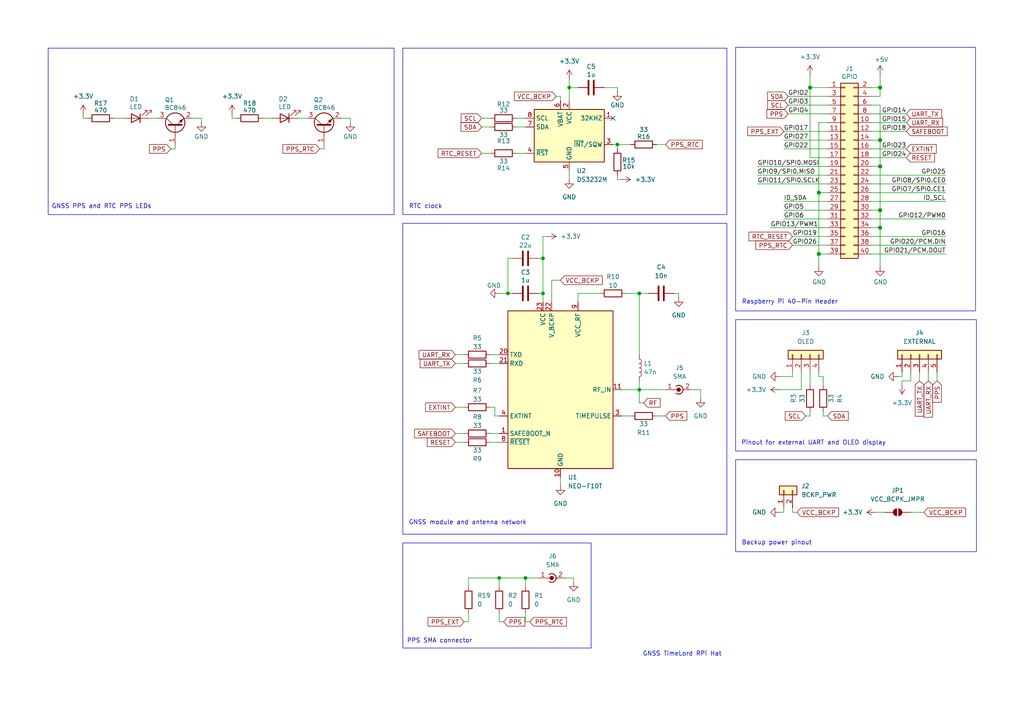
<source format=kicad_sch>
(kicad_sch (version 20250114) (generator "eeschema") (generator_version "9.0")
  (paper "A4")
  (title_block (date "15 nov 2012"))
  (lib_symbols
    (symbol "Connector:Conn_Coaxial_Power" (pin_names (offset 1.016) (hide yes))
      (property "Reference" "J" (at -5.08 -1.27 90))
      (property "Value" "Conn_Coaxial_Power" (at -3.175 -1.27 90))
      (symbol "Conn_Coaxial_Power_0_1"
        (arc (start 1.016 -0.508) (mid 1.2048 -0.8684) (end 1.27 -1.27) (stroke (width 0.254)))
        (polyline (pts (xy 0 0) (xy 0 -1.27)))
        (arc (start 1.27 -1.27) (mid 0 -2.5345) (end -1.27 -1.27) (stroke (width 0.254)))
        (arc (start -1.27 -1.27) (mid -1.2048 -0.8684) (end -1.016 -0.508) (stroke (width 0.254)))
        (circle (center 0 -1.27) (radius 0.508) (stroke (width 0.2032)) (fill (type outline)))
        (polyline (pts (xy 0 -2.54) (xy 0 -3.048)))
      )
      (symbol "Conn_Coaxial_Power_1_1"
        (pin passive line (at 0 2.54 270) (length 2.54) (name "In") (number "1"))
        (pin passive line (at 0 -5.08 90) (length 2.54) (name "Ext") (number "2"))
      )
    )
    (symbol "Connector_Generic:Conn_01x02" (pin_names (offset 1.016) (hide yes))
      (property "Reference" "J" (at 0 2.54 0))
      (property "Value" "Conn_01x02" (at 0 -5.08 0))
      (symbol "Conn_01x02_1_1"
        (rectangle (start -1.27 1.27) (end 1.27 -3.81) (stroke (width 0.254)) (fill (type background)))
        (rectangle (start -1.27 0.127) (end 0 -0.127) (stroke (width 0.1524)))
        (rectangle (start -1.27 -2.413) (end 0 -2.667) (stroke (width 0.1524)))
        (pin passive line (at -5.08 0 0) (length 3.81) (name "Pin_1") (number "1"))
        (pin passive line (at -5.08 -2.54 0) (length 3.81) (name "Pin_2") (number "2"))
      )
    )
    (symbol "Connector_Generic:Conn_01x04" (pin_names (offset 1.016) (hide yes))
      (property "Reference" "J" (at 0 5.08 0))
      (property "Value" "Conn_01x04" (at 0 -7.62 0))
      (symbol "Conn_01x04_1_1"
        (rectangle (start -1.27 3.81) (end 1.27 -6.35) (stroke (width 0.254)) (fill (type background)))
        (rectangle (start -1.27 2.667) (end 0 2.413) (stroke (width 0.1524)))
        (rectangle (start -1.27 0.127) (end 0 -0.127) (stroke (width 0.1524)))
        (rectangle (start -1.27 -2.413) (end 0 -2.667) (stroke (width 0.1524)))
        (rectangle (start -1.27 -4.953) (end 0 -5.207) (stroke (width 0.1524)))
        (pin passive line (at -5.08 2.54 0) (length 3.81) (name "Pin_1") (number "1"))
        (pin passive line (at -5.08 0 0) (length 3.81) (name "Pin_2") (number "2"))
        (pin passive line (at -5.08 -2.54 0) (length 3.81) (name "Pin_3") (number "3"))
        (pin passive line (at -5.08 -5.08 0) (length 3.81) (name "Pin_4") (number "4"))
      )
    )
    (symbol "Connector_Generic:Conn_01x05" (pin_names (offset 1.016) (hide yes))
      (property "Reference" "J" (at 0 7.62 0))
      (property "Value" "Conn_01x05" (at 0 -7.62 0))
      (symbol "Conn_01x05_1_1"
        (rectangle (start -1.27 6.35) (end 1.27 -6.35) (stroke (width 0.254)) (fill (type background)))
        (rectangle (start -1.27 5.207) (end 0 4.953) (stroke (width 0.1524)))
        (rectangle (start -1.27 2.667) (end 0 2.413) (stroke (width 0.1524)))
        (rectangle (start -1.27 0.127) (end 0 -0.127) (stroke (width 0.1524)))
        (rectangle (start -1.27 -2.413) (end 0 -2.667) (stroke (width 0.1524)))
        (rectangle (start -1.27 -4.953) (end 0 -5.207) (stroke (width 0.1524)))
        (pin passive line (at -5.08 5.08 0) (length 3.81) (name "Pin_1") (number "1"))
        (pin passive line (at -5.08 2.54 0) (length 3.81) (name "Pin_2") (number "2"))
        (pin passive line (at -5.08 0 0) (length 3.81) (name "Pin_3") (number "3"))
        (pin passive line (at -5.08 -2.54 0) (length 3.81) (name "Pin_4") (number "4"))
        (pin passive line (at -5.08 -5.08 0) (length 3.81) (name "Pin_5") (number "5"))
      )
    )
    (symbol "Connector_Generic:Conn_02x20_Odd_Even" (pin_names (offset 1.016) (hide yes))
      (property "Reference" "J" (at 1.27 25.4 0))
      (property "Value" "Conn_02x20_Odd_Even" (at 1.27 -27.94 0))
      (symbol "Conn_02x20_Odd_Even_1_1"
        (rectangle (start -1.27 24.13) (end 3.81 -26.67) (stroke (width 0.254)) (fill (type background)))
        (rectangle (start -1.27 22.987) (end 0 22.733) (stroke (width 0.1524)))
        (rectangle (start -1.27 20.447) (end 0 20.193) (stroke (width 0.1524)))
        (rectangle (start -1.27 17.907) (end 0 17.653) (stroke (width 0.1524)))
        (rectangle (start -1.27 15.367) (end 0 15.113) (stroke (width 0.1524)))
        (rectangle (start -1.27 12.827) (end 0 12.573) (stroke (width 0.1524)))
        (rectangle (start -1.27 10.287) (end 0 10.033) (stroke (width 0.1524)))
        (rectangle (start -1.27 7.747) (end 0 7.493) (stroke (width 0.1524)))
        (rectangle (start -1.27 5.207) (end 0 4.953) (stroke (width 0.1524)))
        (rectangle (start -1.27 2.667) (end 0 2.413) (stroke (width 0.1524)))
        (rectangle (start -1.27 0.127) (end 0 -0.127) (stroke (width 0.1524)))
        (rectangle (start -1.27 -2.413) (end 0 -2.667) (stroke (width 0.1524)))
        (rectangle (start -1.27 -4.953) (end 0 -5.207) (stroke (width 0.1524)))
        (rectangle (start -1.27 -7.493) (end 0 -7.747) (stroke (width 0.1524)))
        (rectangle (start -1.27 -10.033) (end 0 -10.287) (stroke (width 0.1524)))
        (rectangle (start -1.27 -12.573) (end 0 -12.827) (stroke (width 0.1524)))
        (rectangle (start -1.27 -15.113) (end 0 -15.367) (stroke (width 0.1524)))
        (rectangle (start -1.27 -17.653) (end 0 -17.907) (stroke (width 0.1524)))
        (rectangle (start -1.27 -20.193) (end 0 -20.447) (stroke (width 0.1524)))
        (rectangle (start -1.27 -22.733) (end 0 -22.987) (stroke (width 0.1524)))
        (rectangle (start -1.27 -25.273) (end 0 -25.527) (stroke (width 0.1524)))
        (rectangle (start 3.81 22.987) (end 2.54 22.733) (stroke (width 0.1524)))
        (rectangle (start 3.81 20.447) (end 2.54 20.193) (stroke (width 0.1524)))
        (rectangle (start 3.81 17.907) (end 2.54 17.653) (stroke (width 0.1524)))
        (rectangle (start 3.81 15.367) (end 2.54 15.113) (stroke (width 0.1524)))
        (rectangle (start 3.81 12.827) (end 2.54 12.573) (stroke (width 0.1524)))
        (rectangle (start 3.81 10.287) (end 2.54 10.033) (stroke (width 0.1524)))
        (rectangle (start 3.81 7.747) (end 2.54 7.493) (stroke (width 0.1524)))
        (rectangle (start 3.81 5.207) (end 2.54 4.953) (stroke (width 0.1524)))
        (rectangle (start 3.81 2.667) (end 2.54 2.413) (stroke (width 0.1524)))
        (rectangle (start 3.81 0.127) (end 2.54 -0.127) (stroke (width 0.1524)))
        (rectangle (start 3.81 -2.413) (end 2.54 -2.667) (stroke (width 0.1524)))
        (rectangle (start 3.81 -4.953) (end 2.54 -5.207) (stroke (width 0.1524)))
        (rectangle (start 3.81 -7.493) (end 2.54 -7.747) (stroke (width 0.1524)))
        (rectangle (start 3.81 -10.033) (end 2.54 -10.287) (stroke (width 0.1524)))
        (rectangle (start 3.81 -12.573) (end 2.54 -12.827) (stroke (width 0.1524)))
        (rectangle (start 3.81 -15.113) (end 2.54 -15.367) (stroke (width 0.1524)))
        (rectangle (start 3.81 -17.653) (end 2.54 -17.907) (stroke (width 0.1524)))
        (rectangle (start 3.81 -20.193) (end 2.54 -20.447) (stroke (width 0.1524)))
        (rectangle (start 3.81 -22.733) (end 2.54 -22.987) (stroke (width 0.1524)))
        (rectangle (start 3.81 -25.273) (end 2.54 -25.527) (stroke (width 0.1524)))
        (pin passive line (at -5.08 22.86 0) (length 3.81) (name "Pin_1") (number "1"))
        (pin passive line (at -5.08 20.32 0) (length 3.81) (name "Pin_3") (number "3"))
        (pin passive line (at -5.08 17.78 0) (length 3.81) (name "Pin_5") (number "5"))
        (pin passive line (at -5.08 15.24 0) (length 3.81) (name "Pin_7") (number "7"))
        (pin passive line (at -5.08 12.7 0) (length 3.81) (name "Pin_9") (number "9"))
        (pin passive line (at -5.08 10.16 0) (length 3.81) (name "Pin_11") (number "11"))
        (pin passive line (at -5.08 7.62 0) (length 3.81) (name "Pin_13") (number "13"))
        (pin passive line (at -5.08 5.08 0) (length 3.81) (name "Pin_15") (number "15"))
        (pin passive line (at -5.08 2.54 0) (length 3.81) (name "Pin_17") (number "17"))
        (pin passive line (at -5.08 0 0) (length 3.81) (name "Pin_19") (number "19"))
        (pin passive line (at -5.08 -2.54 0) (length 3.81) (name "Pin_21") (number "21"))
        (pin passive line (at -5.08 -5.08 0) (length 3.81) (name "Pin_23") (number "23"))
        (pin passive line (at -5.08 -7.62 0) (length 3.81) (name "Pin_25") (number "25"))
        (pin passive line (at -5.08 -10.16 0) (length 3.81) (name "Pin_27") (number "27"))
        (pin passive line (at -5.08 -12.7 0) (length 3.81) (name "Pin_29") (number "29"))
        (pin passive line (at -5.08 -15.24 0) (length 3.81) (name "Pin_31") (number "31"))
        (pin passive line (at -5.08 -17.78 0) (length 3.81) (name "Pin_33") (number "33"))
        (pin passive line (at -5.08 -20.32 0) (length 3.81) (name "Pin_35") (number "35"))
        (pin passive line (at -5.08 -22.86 0) (length 3.81) (name "Pin_37") (number "37"))
        (pin passive line (at -5.08 -25.4 0) (length 3.81) (name "Pin_39") (number "39"))
        (pin passive line (at 7.62 22.86 180) (length 3.81) (name "Pin_2") (number "2"))
        (pin passive line (at 7.62 20.32 180) (length 3.81) (name "Pin_4") (number "4"))
        (pin passive line (at 7.62 17.78 180) (length 3.81) (name "Pin_6") (number "6"))
        (pin passive line (at 7.62 15.24 180) (length 3.81) (name "Pin_8") (number "8"))
        (pin passive line (at 7.62 12.7 180) (length 3.81) (name "Pin_10") (number "10"))
        (pin passive line (at 7.62 10.16 180) (length 3.81) (name "Pin_12") (number "12"))
        (pin passive line (at 7.62 7.62 180) (length 3.81) (name "Pin_14") (number "14"))
        (pin passive line (at 7.62 5.08 180) (length 3.81) (name "Pin_16") (number "16"))
        (pin passive line (at 7.62 2.54 180) (length 3.81) (name "Pin_18") (number "18"))
        (pin passive line (at 7.62 0 180) (length 3.81) (name "Pin_20") (number "20"))
        (pin passive line (at 7.62 -2.54 180) (length 3.81) (name "Pin_22") (number "22"))
        (pin passive line (at 7.62 -5.08 180) (length 3.81) (name "Pin_24") (number "24"))
        (pin passive line (at 7.62 -7.62 180) (length 3.81) (name "Pin_26") (number "26"))
        (pin passive line (at 7.62 -10.16 180) (length 3.81) (name "Pin_28") (number "28"))
        (pin passive line (at 7.62 -12.7 180) (length 3.81) (name "Pin_30") (number "30"))
        (pin passive line (at 7.62 -15.24 180) (length 3.81) (name "Pin_32") (number "32"))
        (pin passive line (at 7.62 -17.78 180) (length 3.81) (name "Pin_34") (number "34"))
        (pin passive line (at 7.62 -20.32 180) (length 3.81) (name "Pin_36") (number "36"))
        (pin passive line (at 7.62 -22.86 180) (length 3.81) (name "Pin_38") (number "38"))
        (pin passive line (at 7.62 -25.4 180) (length 3.81) (name "Pin_40") (number "40"))
      )
    )
    (symbol "Device:C" (pin_numbers (hide yes)) (pin_names (offset 0.254))
      (property "Reference" "C" (at 0.635 2.54 0))
      (property "Value" "C" (at 0.635 -2.54 0))
      (symbol "C_0_1"
        (polyline (pts (xy -2.032 0.762) (xy 2.032 0.762)) (stroke (width 0.508)))
        (polyline (pts (xy -2.032 -0.762) (xy 2.032 -0.762)) (stroke (width 0.508)))
      )
      (symbol "C_1_1"
        (pin passive line (at 0 3.81 270) (length 2.794) (name "~") (number "1"))
        (pin passive line (at 0 -3.81 90) (length 2.794) (name "~") (number "2"))
      )
    )
    (symbol "Device:L" (pin_numbers (hide yes)) (pin_names (offset 1.016) (hide yes))
      (property "Reference" "L" (at -1.27 0 90))
      (property "Value" "L" (at 1.905 0 90))
      (symbol "L_0_1"
        (arc (start 0 2.54) (mid 0.6323 1.905) (end 0 1.27))
        (arc (start 0 1.27) (mid 0.6323 0.635) (end 0 0))
        (arc (start 0 0) (mid 0.6323 -0.635) (end 0 -1.27))
        (arc (start 0 -1.27) (mid 0.6323 -1.905) (end 0 -2.54))
      )
      (symbol "L_1_1"
        (pin passive line (at 0 3.81 270) (length 1.27) (name "1") (number "1"))
        (pin passive line (at 0 -3.81 90) (length 1.27) (name "2") (number "2"))
      )
    )
    (symbol "Device:LED" (pin_numbers (hide yes)) (pin_names (offset 1.016) (hide yes))
      (property "Reference" "D" (at 0 2.54 0))
      (property "Value" "LED" (at 0 -2.54 0))
      (symbol "LED_0_1"
        (polyline (pts (xy -3.048 -0.762) (xy -4.572 -2.286) (xy -3.81 -2.286) (xy -4.572 -2.286) (xy -4.572 -1.524)))
        (polyline (pts (xy -1.778 -0.762) (xy -3.302 -2.286) (xy -2.54 -2.286) (xy -3.302 -2.286) (xy -3.302 -1.524)))
        (polyline (pts (xy -1.27 0) (xy 1.27 0)))
        (polyline (pts (xy -1.27 -1.27) (xy -1.27 1.27)) (stroke (width 0.254)))
        (polyline (pts (xy 1.27 -1.27) (xy 1.27 1.27) (xy -1.27 0) (xy 1.27 -1.27)) (stroke (width 0.254)))
      )
      (symbol "LED_1_1"
        (pin passive line (at -3.81 0 0) (length 2.54) (name "K") (number "1"))
        (pin passive line (at 3.81 0 180) (length 2.54) (name "A") (number "2"))
      )
    )
    (symbol "Device:R" (pin_numbers (hide yes)) (pin_names (offset 0))
      (property "Reference" "R" (at 2.032 0 90))
      (property "Value" "R" (at 0 0 90))
      (symbol "R_0_1"
        (rectangle (start -1.016 -2.54) (end 1.016 2.54) (stroke (width 0.254)))
      )
      (symbol "R_1_1"
        (pin passive line (at 0 3.81 270) (length 1.27) (name "~") (number "1"))
        (pin passive line (at 0 -3.81 90) (length 1.27) (name "~") (number "2"))
      )
    )
    (symbol "Jumper:SolderJumper_2_Open" (pin_numbers (hide yes)) (pin_names (offset 0) (hide yes)) (exclude_from_sim yes) (in_bom no)
      (property "Reference" "JP" (at 0 2.032 0))
      (property "Value" "SolderJumper_2_Open" (at 0 -2.54 0))
      (symbol "SolderJumper_2_Open_0_1"
        (polyline (pts (xy -0.254 1.016) (xy -0.254 -1.016)))
        (arc (start -0.254 -1.016) (mid -1.2656 0) (end -0.254 1.016))
        (arc (start -0.254 -1.016) (mid -1.2656 0) (end -0.254 1.016) (fill (type outline)))
        (arc (start 0.254 1.016) (mid 1.2656 0) (end 0.254 -1.016))
        (arc (start 0.254 1.016) (mid 1.2656 0) (end 0.254 -1.016) (fill (type outline)))
        (polyline (pts (xy 0.254 1.016) (xy 0.254 -1.016)))
      )
      (symbol "SolderJumper_2_Open_1_1"
        (pin passive line (at -3.81 0 0) (length 2.54) (name "A") (number "1"))
        (pin passive line (at 3.81 0 180) (length 2.54) (name "B") (number "2"))
      )
    )
    (symbol "Timer_RTC:DS3232M"
      (property "Reference" "U" (at -7.62 8.89 0))
      (property "Value" "DS3232M" (at 10.16 8.89 0))
      (symbol "DS3232M_0_1"
        (rectangle (start -10.16 7.62) (end 10.16 -7.62) (stroke (width 0.254)) (fill (type background)))
      )
      (symbol "DS3232M_1_1"
        (pin input line (at -12.7 5.08 0) (length 2.54) (name "SCL") (number "8"))
        (pin bidirectional line (at -12.7 2.54 0) (length 2.54) (name "SDA") (number "7"))
        (pin bidirectional line (at -12.7 -5.08 0) (length 2.54) (name "~{RST}") (number "4"))
        (pin power_in line (at -2.54 10.16 270) (length 2.54) (name "VBAT") (number "6"))
        (pin power_in line (at 0 10.16 270) (length 2.54) (name "VCC") (number "2"))
        (pin power_in line (at 0 -10.16 90) (length 2.54) (name "GND") (number "5"))
        (pin output line (at 12.7 5.08 180) (length 2.54) (name "32KHZ") (number "1"))
        (pin open_collector line (at 12.7 -2.54 180) (length 2.54) (name "~{INT}/SQW") (number "3"))
      )
    )
    (symbol "Transistor_BJT:BC846" (pin_names (offset 0) (hide yes))
      (property "Reference" "Q" (at 5.08 1.905 0))
      (property "Value" "BC846" (at 5.08 0 0))
      (symbol "BC846_0_1"
        (polyline (pts (xy -2.54 0) (xy 0.635 0)))
        (polyline (pts (xy 0.635 1.905) (xy 0.635 -1.905)) (stroke (width 0.508)))
        (circle (center 1.27 0) (radius 2.8194) (stroke (width 0.254)))
      )
      (symbol "BC846_1_1"
        (polyline (pts (xy 0.635 0.635) (xy 2.54 2.54)))
        (polyline (pts (xy 0.635 -0.635) (xy 2.54 -2.54)))
        (polyline (pts (xy 1.27 -1.778) (xy 1.778 -1.27) (xy 2.286 -2.286) (xy 1.27 -1.778)) (fill (type outline)))
        (pin input line (at -5.08 0 0) (length 2.54) (name "B") (number "1"))
        (pin passive line (at 2.54 5.08 270) (length 2.54) (name "C") (number "3"))
        (pin passive line (at 2.54 -5.08 90) (length 2.54) (name "E") (number "2"))
      )
    )
    (symbol "neo-f10t:NEO-F10T"
      (property "Reference" "U" (at -13.97 24.13 0))
      (property "Value" "NEO-F10T" (at 11.43 24.13 0))
      (symbol "NEO-F10T_0_1"
        (rectangle (start -15.24 22.86) (end 15.24 -22.86) (stroke (width 0.254)) (fill (type background)))
      )
      (symbol "NEO-F10T_1_1"
        (pin output line (at -17.78 10.16 0) (length 2.54) (name "TXD") (number "20"))
        (pin input line (at -17.78 7.62 0) (length 2.54) (name "RXD") (number "21"))
        (pin input line (at -17.78 -7.62 0) (length 2.54) (name "EXTINT") (number "4"))
        (pin bidirectional line (at -17.78 -12.7 0) (length 2.54) (name "SAFEBOOT_N") (number "1"))
        (pin input line (at -17.78 -15.24 0) (length 2.54) (name "~{RESET}") (number "8"))
        (pin no_connect line (at -15.24 17.78 0) (length 2.54) (hide yes) (name "RESERVED") (number "5"))
        (pin no_connect line (at -15.24 15.24 0) (length 2.54) (hide yes) (name "RESERVED") (number "6"))
        (pin no_connect line (at -15.24 2.54 0) (length 2.54) (hide yes) (name "RESERVED") (number "18"))
        (pin no_connect line (at -15.24 0 0) (length 2.54) (hide yes) (name "RESERVED") (number "19"))
        (pin no_connect line (at -15.24 -5.08 0) (length 2.54) (hide yes) (name "RESERVED") (number "15"))
        (pin no_connect line (at -15.24 -17.78 0) (length 2.54) (hide yes) (name "RESERVED") (number "2"))
        (pin power_in line (at -5.08 25.4 270) (length 2.54) (name "VCC") (number "23"))
        (pin power_in line (at -2.54 25.4 270) (length 2.54) (name "V_BCKP") (number "22"))
        (pin no_connect line (at 0 22.86 270) (length 2.54) (hide yes) (name "RESERVED") (number "7"))
        (pin power_in line (at 0 -25.4 90) (length 2.54) (name "GND") (number "10"))
        (pin passive line (at 0 -25.4 90) (length 2.54) (hide yes) (name "GND") (number "12"))
        (pin passive line (at 0 -25.4 90) (length 2.54) (hide yes) (name "GND") (number "13"))
        (pin passive line (at 0 -25.4 90) (length 2.54) (hide yes) (name "GND") (number "24"))
        (pin power_out line (at 5.08 25.4 270) (length 2.54) (name "VCC_RF") (number "9"))
        (pin no_connect line (at 15.24 5.08 180) (length 2.54) (hide yes) (name "RESERVED") (number "14"))
        (pin no_connect line (at 15.24 -10.16 180) (length 2.54) (hide yes) (name "RESERVED") (number "16"))
        (pin no_connect line (at 15.24 -12.7 180) (length 2.54) (hide yes) (name "RESERVED") (number "17"))
        (pin input line (at 17.78 0 180) (length 2.54) (name "RF_IN") (number "11"))
        (pin output line (at 17.78 -7.62 180) (length 2.54) (name "TIMEPULSE") (number "3"))
      )
    )
    (symbol "power:+3.3V" (power) (pin_numbers (hide yes)) (pin_names (offset 0) (hide yes))
      (property "Value" "+3.3V" (at 0 3.556 0))
      (symbol "+3.3V_0_1"
        (polyline (pts (xy -0.762 1.27) (xy 0 2.54)))
        (polyline (pts (xy 0 2.54) (xy 0.762 1.27)))
        (polyline (pts (xy 0 0) (xy 0 2.54)))
      )
      (symbol "+3.3V_1_1"
        (pin power_in line (at 0 0 90) (length 0) (name "~") (number "1"))
      )
    )
    (symbol "power:+5V" (power) (pin_numbers (hide yes)) (pin_names (offset 0) (hide yes))
      (property "Value" "+5V" (at 0 3.556 0))
      (symbol "+5V_0_1"
        (polyline (pts (xy -0.762 1.27) (xy 0 2.54)))
        (polyline (pts (xy 0 2.54) (xy 0.762 1.27)))
        (polyline (pts (xy 0 0) (xy 0 2.54)))
      )
      (symbol "+5V_1_1"
        (pin power_in line (at 0 0 90) (length 0) (name "~") (number "1"))
      )
    )
    (symbol "power:GND" (power) (pin_numbers (hide yes)) (pin_names (offset 0) (hide yes))
      (property "Value" "GND" (at 0 -3.81 0))
      (symbol "GND_0_1"
        (polyline (pts (xy 0 0) (xy 0 -1.27) (xy 1.27 -1.27) (xy 0 -2.54) (xy -1.27 -1.27) (xy 0 -1.27)))
      )
      (symbol "GND_1_1"
        (pin power_in line (at 0 0 270) (length 0) (name "~") (number "1"))
      )
    )
  )
  (rectangle (start 213.36 92.71) (end 283.21 130.81))
  (rectangle (start 116.84 157.48) (end 171.45 187.96))
  (rectangle (start 213.36 13.716) (end 282.956 90.17))
  (rectangle (start 116.84 13.97) (end 210.82 62.23))
  (rectangle (start 13.97 13.97) (end 114.3 62.23))
  (rectangle (start 213.36 133.35) (end 283.21 160.02))
  (rectangle (start 116.84 64.77) (end 210.82 154.94))
  (text "RTC clock" (at 123.444 59.944 0) (effects (font (size 1.27 1.27))))
  (text "GNSS PPS and RTC PPS LEDs\n" (at 29.464 59.944 0) (effects (font (size 1.27 1.27))))
  (text "PPS SMA connector\n" (at 127.508 185.928 0) (effects (font (size 1.27 1.27))))
  (text "Backup power pinout" (at 225.298 157.48 0) (effects (font (size 1.27 1.27))))
  (text "GNSS TimeLord RPi Hat" (at 197.866 189.738 0) (effects (font (size 1.27 1.27))))
  (text "Pinout for external UART and OLED display" (at 235.966 128.524 0) (effects (font (size 1.27 1.27))))
  (text "GNSS module and antenna network" (at 135.636 151.638 0) (effects (font (size 1.27 1.27))))
  (text "Raspberry Pi 40-Pin Header" (at 229.108 87.63 0) (effects (font (size 1.27 1.27))))
  (junction (at 255.27 25.4) (diameter 1.016))
  (junction (at 255.27 40.64) (diameter 1.016))
  (junction (at 179.07 41.91))
  (junction (at 157.48 74.93))
  (junction (at 144.78 167.64))
  (junction (at 165.1 25.4))
  (junction (at 237.49 73.66) (diameter 1.016))
  (junction (at 237.49 55.88) (diameter 1.016))
  (junction (at 185.42 113.03))
  (junction (at 147.32 85.09))
  (junction (at 255.27 66.04) (diameter 1.016))
  (junction (at 152.4 167.64))
  (junction (at 255.27 60.96) (diameter 1.016))
  (junction (at 255.27 48.26) (diameter 1.016))
  (junction (at 157.48 85.09))
  (junction (at 185.42 85.09))
  (junction (at 234.95 25.4) (diameter 1.016))
  (no_connect (at 177.8 34.29))
  (wire (pts (xy 237.49 55.88) (xy 237.49 73.66)))
  (wire (pts (xy 252.73 55.88) (xy 274.32 55.88)))
  (wire (pts (xy 196.85 86.36) (xy 196.85 85.09)))
  (wire (pts (xy 240.03 38.1) (xy 227.33 38.1)))
  (wire (pts (xy 234.95 120.65) (xy 233.68 120.65)))
  (wire (pts (xy 58.42 34.29) (xy 58.42 35.56)))
  (wire (pts (xy 229.87 109.22) (xy 229.87 107.95)))
  (wire (pts (xy 227.33 148.59) (xy 227.33 147.32)))
  (wire (pts (xy 255.27 30.48) (xy 255.27 40.64)))
  (wire (pts (xy 255.27 48.26) (xy 252.73 48.26)))
  (wire (pts (xy 152.4 170.18) (xy 152.4 167.64)))
  (wire (pts (xy 142.24 125.73) (xy 144.78 125.73)))
  (wire (pts (xy 92.71 43.18) (xy 93.98 43.18)))
  (wire (pts (xy 165.1 25.4) (xy 165.1 22.86)))
  (wire (pts (xy 149.86 44.45) (xy 152.4 44.45)))
  (wire (pts (xy 261.62 110.49) (xy 261.62 111.76)))
  (wire (pts (xy 255.27 60.96) (xy 255.27 66.04)))
  (wire (pts (xy 147.32 74.93) (xy 148.59 74.93)))
  (wire (pts (xy 226.06 109.22) (xy 229.87 109.22)))
  (wire (pts (xy 179.07 26.67) (xy 179.07 25.4)))
  (wire (pts (xy 147.32 85.09) (xy 147.32 74.93)))
  (wire (pts (xy 142.24 105.41) (xy 144.78 105.41)))
  (wire (pts (xy 143.51 118.11) (xy 143.51 120.65)))
  (wire (pts (xy 238.76 109.22) (xy 238.76 111.76)))
  (wire (pts (xy 180.34 52.07) (xy 179.07 52.07)))
  (wire (pts (xy 255.27 48.26) (xy 255.27 60.96)))
  (wire (pts (xy 252.73 33.02) (xy 262.89 33.02)))
  (wire (pts (xy 139.7 44.45) (xy 142.24 44.45)))
  (wire (pts (xy 237.49 35.56) (xy 237.49 55.88)))
  (wire (pts (xy 266.7 107.95) (xy 266.7 110.49)))
  (wire (pts (xy 24.13 34.29) (xy 25.4 34.29)))
  (wire (pts (xy 261.62 109.22) (xy 261.62 107.95)))
  (wire (pts (xy 157.48 87.63) (xy 157.48 85.09)))
  (wire (pts (xy 24.13 33.02) (xy 24.13 34.29)))
  (wire (pts (xy 237.49 35.56) (xy 240.03 35.56)))
  (wire (pts (xy 252.73 53.34) (xy 274.32 53.34)))
  (wire (pts (xy 49.53 43.18) (xy 50.8 43.18)))
  (wire (pts (xy 240.03 58.42) (xy 227.33 58.42)))
  (wire (pts (xy 234.95 120.65) (xy 234.95 119.38)))
  (wire (pts (xy 227.33 60.96) (xy 240.03 60.96)))
  (wire (pts (xy 179.07 52.07) (xy 179.07 50.8)))
  (wire (pts (xy 149.86 34.29) (xy 152.4 34.29)))
  (wire (pts (xy 240.03 120.65) (xy 238.76 120.65)))
  (wire (pts (xy 156.21 85.09) (xy 157.48 85.09)))
  (wire (pts (xy 101.6 34.29) (xy 101.6 35.56)))
  (wire (pts (xy 237.49 55.88) (xy 240.03 55.88)))
  (wire (pts (xy 252.73 43.18) (xy 262.89 43.18)))
  (wire (pts (xy 162.56 27.94) (xy 161.29 27.94)))
  (wire (pts (xy 226.06 148.59) (xy 227.33 148.59)))
  (wire (pts (xy 142.24 128.27) (xy 144.78 128.27)))
  (wire (pts (xy 139.7 36.83) (xy 142.24 36.83)))
  (wire (pts (xy 135.89 180.34) (xy 135.89 177.8)))
  (wire (pts (xy 252.73 73.66) (xy 274.32 73.66)))
  (wire (pts (xy 237.49 73.66) (xy 237.49 77.47)))
  (wire (pts (xy 227.33 40.64) (xy 240.03 40.64)))
  (wire (pts (xy 157.48 68.58) (xy 158.75 68.58)))
  (wire (pts (xy 153.67 180.34) (xy 152.4 180.34)))
  (wire (pts (xy 234.95 21.59) (xy 234.95 25.4)))
  (wire (pts (xy 226.06 113.03) (xy 232.41 113.03)))
  (wire (pts (xy 180.34 113.03) (xy 185.42 113.03)))
  (wire (pts (xy 271.78 107.95) (xy 271.78 110.49)))
  (wire (pts (xy 147.32 85.09) (xy 148.59 85.09)))
  (wire (pts (xy 177.8 41.91) (xy 179.07 41.91)))
  (wire (pts (xy 43.18 34.29) (xy 45.72 34.29)))
  (wire (pts (xy 203.2 113.03) (xy 200.66 113.03)))
  (wire (pts (xy 144.78 170.18) (xy 144.78 167.64)))
  (wire (pts (xy 255.27 66.04) (xy 252.73 66.04)))
  (wire (pts (xy 33.02 34.29) (xy 35.56 34.29)))
  (wire (pts (xy 67.31 34.29) (xy 68.58 34.29)))
  (wire (pts (xy 163.83 167.64) (xy 166.37 167.64)))
  (wire (pts (xy 228.6 30.48) (xy 240.03 30.48)))
  (wire (pts (xy 165.1 49.53) (xy 165.1 52.07)))
  (wire (pts (xy 181.61 85.09) (xy 185.42 85.09)))
  (wire (pts (xy 219.71 53.34) (xy 240.03 53.34)))
  (wire (pts (xy 261.62 110.49) (xy 264.16 110.49)))
  (wire (pts (xy 234.95 45.72) (xy 240.03 45.72)))
  (wire (pts (xy 101.6 34.29) (xy 99.06 34.29)))
  (wire (pts (xy 240.03 27.94) (xy 228.6 27.94)))
  (wire (pts (xy 260.35 109.22) (xy 261.62 109.22)))
  (wire (pts (xy 255.27 25.4) (xy 255.27 27.94)))
  (wire (pts (xy 132.08 118.11) (xy 134.62 118.11)))
  (wire (pts (xy 160.02 81.28) (xy 162.56 81.28)))
  (wire (pts (xy 196.85 85.09) (xy 195.58 85.09)))
  (wire (pts (xy 229.87 148.59) (xy 229.87 147.32)))
  (wire (pts (xy 255.27 40.64) (xy 255.27 48.26)))
  (wire (pts (xy 144.78 180.34) (xy 146.05 180.34)))
  (wire (pts (xy 252.73 38.1) (xy 262.89 38.1)))
  (wire (pts (xy 255.27 40.64) (xy 252.73 40.64)))
  (wire (pts (xy 264.16 148.59) (xy 267.97 148.59)))
  (wire (pts (xy 162.56 29.21) (xy 162.56 27.94)))
  (wire (pts (xy 255.27 21.59) (xy 255.27 25.4)))
  (wire (pts (xy 166.37 167.64) (xy 166.37 168.91)))
  (wire (pts (xy 228.6 33.02) (xy 240.03 33.02)))
  (wire (pts (xy 255.27 25.4) (xy 252.73 25.4)))
  (wire (pts (xy 229.87 68.58) (xy 240.03 68.58)))
  (wire (pts (xy 234.95 25.4) (xy 234.95 45.72)))
  (wire (pts (xy 252.73 45.72) (xy 262.89 45.72)))
  (wire (pts (xy 142.24 118.11) (xy 143.51 118.11)))
  (wire (pts (xy 252.73 35.56) (xy 262.89 35.56)))
  (wire (pts (xy 50.8 43.18) (xy 50.8 41.91)))
  (wire (pts (xy 185.42 102.87) (xy 185.42 85.09)))
  (wire (pts (xy 76.2 34.29) (xy 78.74 34.29)))
  (wire (pts (xy 238.76 120.65) (xy 238.76 119.38)))
  (wire (pts (xy 227.33 43.18) (xy 240.03 43.18)))
  (wire (pts (xy 157.48 74.93) (xy 157.48 85.09)))
  (wire (pts (xy 219.71 50.8) (xy 240.03 50.8)))
  (wire (pts (xy 167.64 25.4) (xy 165.1 25.4)))
  (wire (pts (xy 132.08 102.87) (xy 134.62 102.87)))
  (wire (pts (xy 269.24 107.95) (xy 269.24 110.49)))
  (wire (pts (xy 152.4 167.64) (xy 156.21 167.64)))
  (wire (pts (xy 139.7 34.29) (xy 142.24 34.29)))
  (wire (pts (xy 234.95 107.95) (xy 234.95 111.76)))
  (wire (pts (xy 227.33 63.5) (xy 240.03 63.5)))
  (wire (pts (xy 135.89 170.18) (xy 135.89 167.64)))
  (wire (pts (xy 58.42 34.29) (xy 55.88 34.29)))
  (wire (pts (xy 255.27 27.94) (xy 252.73 27.94)))
  (wire (pts (xy 193.04 120.65) (xy 190.5 120.65)))
  (wire (pts (xy 67.31 33.02) (xy 67.31 34.29)))
  (wire (pts (xy 252.73 68.58) (xy 274.32 68.58)))
  (wire (pts (xy 93.98 43.18) (xy 93.98 41.91)))
  (wire (pts (xy 252.73 63.5) (xy 274.32 63.5)))
  (wire (pts (xy 237.49 73.66) (xy 240.03 73.66)))
  (wire (pts (xy 143.51 120.65) (xy 144.78 120.65)))
  (wire (pts (xy 238.76 109.22) (xy 237.49 109.22)))
  (wire (pts (xy 252.73 71.12) (xy 274.32 71.12)))
  (wire (pts (xy 134.62 180.34) (xy 135.89 180.34)))
  (wire (pts (xy 132.08 105.41) (xy 134.62 105.41)))
  (wire (pts (xy 264.16 110.49) (xy 264.16 107.95)))
  (wire (pts (xy 255.27 30.48) (xy 252.73 30.48)))
  (wire (pts (xy 229.87 71.12) (xy 240.03 71.12)))
  (wire (pts (xy 135.89 167.64) (xy 144.78 167.64)))
  (wire (pts (xy 185.42 110.49) (xy 185.42 113.03)))
  (wire (pts (xy 157.48 68.58) (xy 157.48 74.93)))
  (wire (pts (xy 175.26 25.4) (xy 179.07 25.4)))
  (wire (pts (xy 232.41 113.03) (xy 232.41 107.95)))
  (wire (pts (xy 203.2 115.57) (xy 203.2 113.03)))
  (wire (pts (xy 132.08 125.73) (xy 134.62 125.73)))
  (wire (pts (xy 237.49 109.22) (xy 237.49 107.95)))
  (wire (pts (xy 231.14 148.59) (xy 229.87 148.59)))
  (wire (pts (xy 162.56 138.43) (xy 162.56 140.97)))
  (wire (pts (xy 179.07 43.18) (xy 179.07 41.91)))
  (wire (pts (xy 167.64 85.09) (xy 173.99 85.09)))
  (wire (pts (xy 255.27 66.04) (xy 255.27 77.47)))
  (wire (pts (xy 167.64 87.63) (xy 167.64 85.09)))
  (wire (pts (xy 252.73 50.8) (xy 274.32 50.8)))
  (wire (pts (xy 240.03 66.04) (xy 223.52 66.04)))
  (wire (pts (xy 160.02 81.28) (xy 160.02 87.63)))
  (wire (pts (xy 165.1 25.4) (xy 165.1 29.21)))
  (wire (pts (xy 187.96 85.09) (xy 185.42 85.09)))
  (wire (pts (xy 144.78 167.64) (xy 152.4 167.64)))
  (wire (pts (xy 86.36 34.29) (xy 88.9 34.29)))
  (wire (pts (xy 152.4 180.34) (xy 152.4 177.8)))
  (wire (pts (xy 156.21 74.93) (xy 157.48 74.93)))
  (wire (pts (xy 255.27 60.96) (xy 252.73 60.96)))
  (wire (pts (xy 185.42 113.03) (xy 193.04 113.03)))
  (wire (pts (xy 234.95 25.4) (xy 240.03 25.4)))
  (wire (pts (xy 185.42 116.84) (xy 185.42 113.03)))
  (wire (pts (xy 132.08 128.27) (xy 134.62 128.27)))
  (wire (pts (xy 190.5 41.91) (xy 193.04 41.91)))
  (wire (pts (xy 142.24 102.87) (xy 144.78 102.87)))
  (wire (pts (xy 186.69 116.84) (xy 185.42 116.84)))
  (wire (pts (xy 144.78 85.09) (xy 147.32 85.09)))
  (wire (pts (xy 144.78 177.8) (xy 144.78 180.34)))
  (wire (pts (xy 180.34 120.65) (xy 182.88 120.65)))
  (wire (pts (xy 240.03 48.26) (xy 219.71 48.26)))
  (wire (pts (xy 252.73 58.42) (xy 274.32 58.42)))
  (wire (pts (xy 179.07 41.91) (xy 182.88 41.91)))
  (wire (pts (xy 149.86 36.83) (xy 152.4 36.83)))
  (wire (pts (xy 254 148.59) (xy 256.54 148.59)))
  (label "ID_SDA" (at 227.33 58.42 0))
  (label "GPIO6" (at 227.33 63.5 0))
  (label "ID_SCL" (at 274.32 58.42 180))
  (label "GPIO5" (at 227.33 60.96 0))
  (label "GPIO21{slash}PCM.DOUT" (at 274.32 73.66 180))
  (label "GPIO19" (at 229.87 68.58 0))
  (label "GPIO10{slash}SPI0.MOSI" (at 219.71 48.26 0))
  (label "GPIO9{slash}SPI0.MISO" (at 219.71 50.8 0))
  (label "GPIO23" (at 262.89 43.18 180))
  (label "GPIO4" (at 228.6 33.02 0))
  (label "GPIO27" (at 227.33 40.64 0))
  (label "GPIO26" (at 229.87 71.12 0))
  (label "GPIO14" (at 262.89 33.02 180))
  (label "GPIO8{slash}SPI0.CE0" (at 274.32 53.34 180))
  (label "GPIO15" (at 262.89 35.56 180))
  (label "GPIO16" (at 274.32 68.58 180))
  (label "GPIO22" (at 227.33 43.18 0))
  (label "GPIO2" (at 228.6 27.94 0))
  (label "GPIO17" (at 227.33 38.1 0))
  (label "GPIO25" (at 274.32 50.8 180))
  (label "GPIO3" (at 228.6 30.48 0))
  (label "GPIO18" (at 262.89 38.1 180))
  (label "GPIO12{slash}PWM0" (at 274.32 63.5 180))
  (label "GPIO13{slash}PWM1" (at 223.52 66.04 0))
  (label "GPIO20{slash}PCM.DIN" (at 274.32 71.12 180))
  (label "GPIO24" (at 262.89 45.72 180))
  (label "GPIO7{slash}SPI0.CE1" (at 274.32 55.88 180))
  (label "GPIO11{slash}SPI0.SCLK" (at 219.71 53.34 0))
  (global_label "PPS_EXT" (shape input) (at 227.33 38.1 180) (property "Intersheetrefs" "${INTERSHEET_REFS}" (effects (hide yes))))
  (global_label "SAFEBOOT" (shape input) (at 132.08 125.73 180) (property "Intersheetrefs" "${INTERSHEET_REFS}" (effects (hide yes))))
  (global_label "RESET" (shape input) (at 132.08 128.27 180) (property "Intersheetrefs" "${INTERSHEET_REFS}" (effects (hide yes))))
  (global_label "PPS" (shape input) (at 146.05 180.34 0) (property "Intersheetrefs" "${INTERSHEET_REFS}" (effects (hide yes))))
  (global_label "UART_RX" (shape input) (at 269.24 110.49 270) (property "Intersheetrefs" "${INTERSHEET_REFS}" (effects (hide yes))))
  (global_label "UART_TX" (shape input) (at 262.89 33.02 0) (property "Intersheetrefs" "${INTERSHEET_REFS}" (effects (hide yes))))
  (global_label "PPS" (shape input) (at 228.6 33.02 180) (property "Intersheetrefs" "${INTERSHEET_REFS}" (effects (hide yes))))
  (global_label "VCC_BCKP" (shape input) (at 231.14 148.59 0) (property "Intersheetrefs" "${INTERSHEET_REFS}" (effects (hide yes))))
  (global_label "PPS_RTC" (shape input) (at 229.87 71.12 180) (property "Intersheetrefs" "${INTERSHEET_REFS}" (effects (hide yes))))
  (global_label "SCL" (shape input) (at 228.6 30.48 180) (property "Intersheetrefs" "${INTERSHEET_REFS}" (effects (hide yes))))
  (global_label "VCC_BCKP" (shape input) (at 161.29 27.94 180) (property "Intersheetrefs" "${INTERSHEET_REFS}" (effects (hide yes))))
  (global_label "UART_RX" (shape input) (at 262.89 35.56 0) (property "Intersheetrefs" "${INTERSHEET_REFS}" (effects (hide yes))))
  (global_label "UART_RX" (shape input) (at 132.08 102.87 180) (property "Intersheetrefs" "${INTERSHEET_REFS}" (effects (hide yes))))
  (global_label "SAFEBOOT" (shape input) (at 262.89 38.1 0) (property "Intersheetrefs" "${INTERSHEET_REFS}" (effects (hide yes))))
  (global_label "PPS_EXT" (shape input) (at 134.62 180.34 180) (property "Intersheetrefs" "${INTERSHEET_REFS}" (effects (hide yes))))
  (global_label "PPS" (shape input) (at 271.78 110.49 270) (property "Intersheetrefs" "${INTERSHEET_REFS}" (effects (hide yes))))
  (global_label "RTC_RESET" (shape input) (at 229.87 68.58 180) (property "Intersheetrefs" "${INTERSHEET_REFS}" (effects (hide yes))))
  (global_label "PPS_RTC" (shape input) (at 153.67 180.34 0) (property "Intersheetrefs" "${INTERSHEET_REFS}" (effects (hide yes))))
  (global_label "SCL" (shape input) (at 233.68 120.65 180) (property "Intersheetrefs" "${INTERSHEET_REFS}" (effects (hide yes))))
  (global_label "PPS_RTC" (shape input) (at 193.04 41.91 0) (property "Intersheetrefs" "${INTERSHEET_REFS}" (effects (hide yes))))
  (global_label "PPS" (shape input) (at 193.04 120.65 0) (property "Intersheetrefs" "${INTERSHEET_REFS}" (effects (hide yes))))
  (global_label "RESET" (shape input) (at 262.89 45.72 0) (property "Intersheetrefs" "${INTERSHEET_REFS}" (effects (hide yes))))
  (global_label "UART_TX" (shape input) (at 266.7 110.49 270) (property "Intersheetrefs" "${INTERSHEET_REFS}" (effects (hide yes))))
  (global_label "SDA" (shape input) (at 228.6 27.94 180) (property "Intersheetrefs" "${INTERSHEET_REFS}" (effects (hide yes))))
  (global_label "VCC_BCKP" (shape input) (at 267.97 148.59 0) (property "Intersheetrefs" "${INTERSHEET_REFS}" (effects (hide yes))))
  (global_label "RF" (shape input) (at 186.69 116.84 0) (property "Intersheetrefs" "${INTERSHEET_REFS}" (effects (hide yes))))
  (global_label "RTC_RESET" (shape input) (at 139.7 44.45 180) (property "Intersheetrefs" "${INTERSHEET_REFS}" (effects (hide yes))))
  (global_label "EXTINT" (shape input) (at 132.08 118.11 180) (property "Intersheetrefs" "${INTERSHEET_REFS}" (effects (hide yes))))
  (global_label "PPS" (shape input) (at 49.53 43.18 180) (property "Intersheetrefs" "${INTERSHEET_REFS}" (effects (hide yes))))
  (global_label "EXTINT" (shape input) (at 262.89 43.18 0) (property "Intersheetrefs" "${INTERSHEET_REFS}" (effects (hide yes))))
  (global_label "SCL" (shape input) (at 139.7 34.29 180) (property "Intersheetrefs" "${INTERSHEET_REFS}" (effects (hide yes))))
  (global_label "SDA" (shape input) (at 240.03 120.65 0) (property "Intersheetrefs" "${INTERSHEET_REFS}" (effects (hide yes))))
  (global_label "UART_TX" (shape input) (at 132.08 105.41 180) (property "Intersheetrefs" "${INTERSHEET_REFS}" (effects (hide yes))))
  (global_label "SDA" (shape input) (at 139.7 36.83 180) (property "Intersheetrefs" "${INTERSHEET_REFS}" (effects (hide yes))))
  (global_label "PPS_RTC" (shape input) (at 92.71 43.18 180) (property "Intersheetrefs" "${INTERSHEET_REFS}" (effects (hide yes))))
  (global_label "VCC_BCKP" (shape input) (at 162.56 81.28 0) (property "Intersheetrefs" "${INTERSHEET_REFS}" (effects (hide yes))))
  (symbol (lib_id "power:+5V") (at 255.27 21.59 0) (unit 1)
    (property "Reference" "#PWR01" (effects (hide yes)))
    (property "Value" "+5V" (at 255.6383 17.2656 0))
    (property "Description" "Power symbol creates a global label with name \"+5V\"" (effects (hide yes)))
  )
  (symbol (lib_id "power:GND") (at 255.27 77.47 0) (unit 1)
    (property "Reference" "#PWR02" (effects (hide yes)))
    (property "Value" "GND" (at 255.3843 81.7944 0))
    (property "Description" "Power symbol creates a global label with name \"GND\" , ground" (effects (hide yes)))
  )
  (symbol (lib_id "power:GND") (at 237.49 77.47 0) (unit 1)
    (property "Reference" "#PWR03" (effects (hide yes)))
    (property "Value" "GND" (at 237.6043 81.7944 0))
    (property "Description" "Power symbol creates a global label with name \"GND\" , ground" (effects (hide yes)))
  )
  (symbol (lib_id "Connector_Generic:Conn_02x20_Odd_Even") (at 245.11 48.26 0) (unit 1)
    (property "Reference" "J1" (at 246.38 19.9198 0))
    (property "Value" "GPIO" (at 246.38 22.225 0))
    (property "Footprint" "Connector_PinSocket_2.54mm:PinSocket_2x20_P2.54mm_Vertical" (effects (hide yes)))
    (property "Description" "Generic connector, double row, 02x20, odd/even pin numbering scheme (row 1 odd numbers, row 2 even numbers), script generated (kicad-library-utils/schlib/autogen/connector/)" (effects (hide yes)))
    (property "MFR" "485-2222" (effects (hide yes)))
  )
  (symbol (lib_id "power:+3.3V") (at 234.95 21.59 0) (unit 1)
    (property "Reference" "#PWR0121" (effects (hide yes)))
    (property "Value" "+3.3V" (at 234.95 16.51 0))
    (property "Description" "Power symbol creates a global label with name \"+3.3V\"" (effects (hide yes)))
  )
  (symbol (lib_id "Device:C") (at 191.77 85.09 90) (unit 1)
    (property "Reference" "C4" (at 191.77 77.47 90))
    (property "Value" "10n" (at 191.77 80.01 90))
    (property "Footprint" "Capacitor_SMD:C_0805_2012Metric" (effects (hide yes)))
    (property "Description" "Unpolarized capacitor" (effects (hide yes)))
    (property "MFR" "791-0805N103G500CT" (effects (hide yes)))
  )
  (symbol (lib_id "neo-f10t:NEO-F10T") (at 162.56 113.03 0) (unit 1)
    (property "Reference" "U1" (at 164.7033 138.43 0) (effects (justify left)))
    (property "Value" "NEO-F10T" (at 164.7033 140.97 0) (effects (justify left)))
    (property "Footprint" "RF_GPS:ublox_NEO" (effects (hide yes)))
    (property "Datasheet" "https://content.u-blox.com/sites/default/files/documents/NEO-LEA-M8T-FW3_DataSheet_UBX-15025193.pdf" (effects (hide yes)))
    (property "Description" "GNSS Module NEO M8, VCC 2.7V to 3.6V" (effects (hide yes)))
    (property "MFR" "377-NEO-F10T-00B" (effects (hide yes)))
  )
  (symbol (lib_id "power:GND") (at 196.85 86.36 0) (unit 1)
    (property "Reference" "#PWR0111" (effects (hide yes)))
    (property "Value" "GND" (at 196.85 91.44 0))
    (property "Description" "Power symbol creates a global label with name \"GND\" , ground" (effects (hide yes)))
  )
  (symbol (lib_id "Device:R") (at 144.78 173.99 0) (unit 1)
    (property "Reference" "R2" (at 147.32 172.7199 0) (effects (justify left)))
    (property "Value" "0" (at 147.32 175.2599 0) (effects (justify left)))
    (property "Footprint" "Resistor_SMD:R_0603_1608Metric" (effects (hide yes)))
    (property "Description" "Resistor" (effects (hide yes)))
    (property "MFR" "594-MCT0603MZ0000ZP5" (effects (hide yes)))
  )
  (symbol (lib_id "power:GND") (at 260.35 109.22 270) (unit 1)
    (property "Reference" "#PWR0120" (effects (hide yes)))
    (property "Value" "GND" (at 256.54 109.22 90) (effects (justify right)))
    (property "Description" "Power symbol creates a global label with name \"GND\" , ground" (effects (hide yes)))
  )
  (symbol (lib_id "Device:R") (at 177.8 85.09 90) (unit 1)
    (property "Reference" "R10" (at 177.8 80.264 90))
    (property "Value" "10" (at 177.8 82.804 90))
    (property "Footprint" "Resistor_SMD:R_0805_2012Metric" (effects (hide yes)))
    (property "Description" "Resistor" (effects (hide yes)))
    (property "MFR" "603-RT0805FRE1310RL" (effects (hide yes)))
  )
  (symbol (lib_id "power:+3.3V") (at 261.62 111.76 180) (unit 1)
    (property "Reference" "#PWR0117" (effects (hide yes)))
    (property "Value" "+3.3V" (at 261.62 116.84 0))
    (property "Description" "Power symbol creates a global label with name \"+3.3V\"" (effects (hide yes)))
  )
  (symbol (lib_id "Device:R") (at 179.07 46.99 0) (unit 1)
    (property "Reference" "R15" (at 182.372 46.482 0))
    (property "Value" "10k" (at 182.372 48.26 0))
    (property "Footprint" "Resistor_SMD:R_0805_2012Metric" (effects (hide yes)))
    (property "Description" "Resistor" (effects (hide yes)))
    (property "MFR" "603-RT0805FRE1310KL" (effects (hide yes)))
  )
  (symbol (lib_id "power:+3.3V") (at 254 148.59 90) (unit 1)
    (property "Reference" "#PWR0122" (effects (hide yes)))
    (property "Value" "+3.3V" (at 250.19 148.5899 90) (effects (justify left)))
    (property "Description" "Power symbol creates a global label with name \"+3.3V\"" (effects (hide yes)))
  )
  (symbol (lib_id "power:GND") (at 58.42 35.56 0) (unit 1)
    (property "Reference" "#PWR0114" (effects (hide yes)))
    (property "Value" "GND" (at 58.42 39.624 0))
    (property "Description" "Power symbol creates a global label with name \"GND\" , ground" (effects (hide yes)))
  )
  (symbol (lib_id "power:+3.3V") (at 165.1 22.86 0) (unit 1)
    (property "Reference" "#PWR0110" (effects (hide yes)))
    (property "Value" "+3.3V" (at 165.1 17.78 0))
    (property "Description" "Power symbol creates a global label with name \"+3.3V\"" (effects (hide yes)))
  )
  (symbol (lib_id "Device:R") (at 138.43 125.73 90) (unit 1)
    (property "Reference" "R8" (at 138.43 120.904 90))
    (property "Value" "33" (at 138.43 123.444 90))
    (property "Footprint" "Resistor_SMD:R_0603_1608Metric" (effects (hide yes)))
    (property "Description" "Resistor" (effects (hide yes)))
    (property "MFR" "603-RT0603FRE0733RL" (effects (hide yes)))
  )
  (symbol (lib_id "Device:R") (at 29.21 34.29 90) (unit 1)
    (property "Reference" "R17" (at 29.21 29.972 90))
    (property "Value" "470" (at 29.21 32.004 90))
    (property "Footprint" "Resistor_SMD:R_0603_1608Metric" (effects (hide yes)))
    (property "Description" "Resistor" (effects (hide yes)))
    (property "MFR" "603-RT0603DRD07470RL" (effects (hide yes)))
  )
  (symbol (lib_id "Device:R") (at 186.69 41.91 270) (unit 1)
    (property "Reference" "R16" (at 186.69 39.624 90))
    (property "Value" "33" (at 186.69 37.592 90))
    (property "Footprint" "Resistor_SMD:R_0603_1608Metric" (effects (hide yes)))
    (property "Description" "Resistor" (effects (hide yes)))
    (property "MFR" "603-RT0603FRE0733RL" (effects (hide yes)))
  )
  (symbol (lib_id "power:+3.3V") (at 226.06 113.03 90) (unit 1)
    (property "Reference" "#PWR0119" (effects (hide yes)))
    (property "Value" "+3.3V" (at 222.25 113.0299 90) (effects (justify left)))
    (property "Description" "Power symbol creates a global label with name \"+3.3V\"" (effects (hide yes)))
  )
  (symbol (lib_id "Device:C") (at 171.45 25.4 90) (unit 1)
    (property "Reference" "C5" (at 171.45 19.304 90))
    (property "Value" "1u" (at 171.45 21.59 90))
    (property "Footprint" "Capacitor_SMD:C_0603_1608Metric" (effects (hide yes)))
    (property "Description" "Unpolarized capacitor" (effects (hide yes)))
    (property "MFR" "81-GRM188D72A105KE1D" (effects (hide yes)))
  )
  (symbol (lib_id "Connector:Conn_Coaxial_Power") (at 195.58 113.03 90) (unit 1)
    (property "Reference" "J5" (at 197.104 106.68 90))
    (property "Value" "SMA" (at 197.104 109.22 90))
    (property "Footprint" "Connector_Coaxial:SMA_Amphenol_132289_EdgeMount" (effects (hide yes)))
    (property "Description" "SMA" (effects (hide yes)))
    (property "MFR" "CON-SMA-EDGE-S" (effects (hide yes)))
  )
  (symbol (lib_id "Device:C") (at 152.4 74.93 90) (unit 1)
    (property "Reference" "C2" (at 152.4 68.834 90))
    (property "Value" "22u" (at 152.4 71.12 90))
    (property "Footprint" "Capacitor_SMD:C_0805_2012Metric" (effects (hide yes)))
    (property "Description" "Unpolarized capacitor" (effects (hide yes)))
    (property "MFR" "187-CL21A226MAYNNNE" (effects (hide yes)))
  )
  (symbol (lib_id "power:+3.3V") (at 67.31 33.02 0) (unit 1)
    (property "Reference" "#PWR05" (effects (hide yes)))
    (property "Value" "+3.3V" (at 67.31 27.94 0))
    (property "Description" "Power symbol creates a global label with name \"+3.3V\"" (effects (hide yes)))
  )
  (symbol (lib_id "Device:R") (at 138.43 105.41 270) (unit 1)
    (property "Reference" "R6" (at 138.43 110.236 90))
    (property "Value" "33" (at 138.43 107.696 90))
    (property "Footprint" "Resistor_SMD:R_0603_1608Metric" (effects (hide yes)))
    (property "Description" "Resistor" (effects (hide yes)))
    (property "MFR" "603-RT0603FRE0733RL" (effects (hide yes)))
  )
  (symbol (lib_id "power:GND") (at 144.78 85.09 270) (unit 1)
    (property "Reference" "#PWR0115" (effects (hide yes)))
    (property "Value" "GND" (at 143.256 82.804 90))
    (property "Description" "Power symbol creates a global label with name \"GND\" , ground" (effects (hide yes)))
  )
  (symbol (lib_id "power:GND") (at 166.37 168.91 0) (unit 1)
    (property "Reference" "#PWR0123" (effects (hide yes)))
    (property "Value" "GND" (at 166.37 173.99 0))
    (property "Description" "Power symbol creates a global label with name \"GND\" , ground" (effects (hide yes)))
  )
  (symbol (lib_id "Connector_Generic:Conn_01x04") (at 232.41 102.87 90) (unit 1)
    (property "Reference" "J3" (at 233.68 96.52 90))
    (property "Value" "OLED" (at 233.68 99.06 90))
    (property "Footprint" "Connector_PinSocket_2.54mm:PinSocket_1x04_P2.54mm_Vertical" (effects (hide yes)))
    (property "Description" "Generic connector, single row, 01x04, script generated (kicad-library-utils/schlib/autogen/connector/)" (effects (hide yes)))
  )
  (symbol (lib_id "Device:LED") (at 39.37 34.29 180) (unit 1)
    (property "Reference" "D1" (at 37.592 28.702 0) (effects (justify right)))
    (property "Value" "LED" (at 37.592 30.988 0) (effects (justify right)))
    (property "Footprint" "LED_SMD:LED_0603_1608Metric" (effects (hide yes)))
    (property "Description" "Light emitting diode" (effects (hide yes)))
    (property "Sim.Pins" "1=K 2=A" (effects (hide yes)))
    (property "MFR" "720-KBDELPS212A6350" (effects (hide yes)))
  )
  (symbol (lib_id "Connector_Generic:Conn_01x02") (at 227.33 142.24 90) (unit 1)
    (property "Reference" "J2" (at 232.41 140.9699 90) (effects (justify right)))
    (property "Value" "BCKP_PWR" (at 232.41 143.5099 90) (effects (justify right)))
    (property "Footprint" "Connector_PinHeader_2.54mm:PinHeader_1x02_P2.54mm_Vertical" (effects (hide yes)))
    (property "Description" "Generic connector, single row, 01x02, script generated (kicad-library-utils/schlib/autogen/connector/)" (effects (hide yes)))
  )
  (symbol (lib_id "power:GND") (at 162.56 140.97 0) (unit 1)
    (property "Reference" "#PWR0106" (effects (hide yes)))
    (property "Value" "GND" (at 162.56 146.05 0))
    (property "Description" "Power symbol creates a global label with name \"GND\" , ground" (effects (hide yes)))
  )
  (symbol (lib_id "power:GND") (at 226.06 109.22 270) (unit 1)
    (property "Reference" "#PWR0118" (effects (hide yes)))
    (property "Value" "GND" (at 222.25 109.2199 90) (effects (justify right)))
    (property "Description" "Power symbol creates a global label with name \"GND\" , ground" (effects (hide yes)))
  )
  (symbol (lib_id "Device:R") (at 138.43 128.27 270) (unit 1)
    (property "Reference" "R9" (at 138.43 133.096 90))
    (property "Value" "33" (at 138.43 130.556 90))
    (property "Footprint" "Resistor_SMD:R_0603_1608Metric" (effects (hide yes)))
    (property "Description" "Resistor" (effects (hide yes)))
    (property "MFR" "603-RT0603FRE0733RL" (effects (hide yes)))
  )
  (symbol (lib_id "power:GND") (at 165.1 52.07 0) (unit 1)
    (property "Reference" "#PWR0109" (effects (hide yes)))
    (property "Value" "GND" (at 165.1 57.15 0))
    (property "Description" "Power symbol creates a global label with name \"GND\" , ground" (effects (hide yes)))
  )
  (symbol (lib_id "power:GND") (at 179.07 26.67 0) (unit 1)
    (property "Reference" "#PWR0108" (effects (hide yes)))
    (property "Value" "GND" (at 179.07 30.48 0))
    (property "Description" "Power symbol creates a global label with name \"GND\" , ground" (effects (hide yes)))
  )
  (symbol (lib_id "Device:LED") (at 82.55 34.29 180) (unit 1)
    (property "Reference" "D2" (at 80.772 28.702 0) (effects (justify right)))
    (property "Value" "LED" (at 80.772 30.988 0) (effects (justify right)))
    (property "Footprint" "LED_SMD:LED_0603_1608Metric" (effects (hide yes)))
    (property "Description" "Light emitting diode" (effects (hide yes)))
    (property "Sim.Pins" "1=K 2=A" (effects (hide yes)))
    (property "MFR" "720-KRDELPS122A5163" (effects (hide yes)))
  )
  (symbol (lib_id "Device:R") (at 186.69 120.65 270) (unit 1)
    (property "Reference" "R11" (at 186.69 125.476 90))
    (property "Value" "33" (at 186.69 122.936 90))
    (property "Footprint" "Resistor_SMD:R_0603_1608Metric" (effects (hide yes)))
    (property "Description" "Resistor" (effects (hide yes)))
    (property "MFR" "603-RT0603FRE0733RL" (effects (hide yes)))
  )
  (symbol (lib_id "Device:R") (at 234.95 115.57 180) (unit 1)
    (property "Reference" "R3" (at 230.124 115.57 90))
    (property "Value" "33" (at 232.664 115.57 90))
    (property "Footprint" "Resistor_SMD:R_0603_1608Metric" (effects (hide yes)))
    (property "Description" "Resistor" (effects (hide yes)))
    (property "MFR" "603-RT0603FRE0733RL" (effects (hide yes)))
  )
  (symbol (lib_id "power:+3.3V") (at 158.75 68.58 270) (unit 1)
    (property "Reference" "#PWR0105" (effects (hide yes)))
    (property "Value" "+3.3V" (at 162.56 68.5799 90) (effects (justify left)))
    (property "Description" "Power symbol creates a global label with name \"+3.3V\"" (effects (hide yes)))
  )
  (symbol (lib_id "power:GND") (at 226.06 148.59 270) (unit 1)
    (property "Reference" "#PWR0116" (effects (hide yes)))
    (property "Value" "GND" (at 222.25 148.5899 90) (effects (justify right)))
    (property "Description" "Power symbol creates a global label with name \"GND\" , ground" (effects (hide yes)))
  )
  (symbol (lib_id "Device:R") (at 72.39 34.29 90) (unit 1)
    (property "Reference" "R18" (at 72.39 29.972 90))
    (property "Value" "470" (at 72.39 32.004 90))
    (property "Footprint" "Resistor_SMD:R_0603_1608Metric" (effects (hide yes)))
    (property "Description" "Resistor" (effects (hide yes)))
    (property "MFR" "603-RT0603DRD07470RL" (effects (hide yes)))
  )
  (symbol (lib_id "Jumper:SolderJumper_2_Open") (at 260.35 148.59 0) (unit 1) (exclude_from_sim yes) (in_bom no)
    (property "Reference" "JP1" (at 260.35 142.24 0))
    (property "Value" "VCC_BCPK_JMPR" (at 260.35 144.78 0))
    (property "Footprint" "Jumper:SolderJumper-2_P1.3mm_Open_TrianglePad1.0x1.5mm" (effects (hide yes)))
    (property "Description" "Solder Jumper, 2-pole, open" (effects (hide yes)))
  )
  (symbol (lib_id "Device:L") (at 185.42 106.68 0) (unit 1)
    (property "Reference" "L1" (at 186.69 105.4099 0) (effects (justify left)))
    (property "Value" "47n" (at 186.69 107.9499 0) (effects (justify left)))
    (property "Footprint" "Inductor_SMD:L_0603_1608Metric" (effects (hide yes)))
    (property "Description" "Inductor" (effects (hide yes)))
    (property "MFR" "815-AIMC-0603-47NJT" (effects (hide yes)))
  )
  (symbol (lib_id "Device:R") (at 146.05 34.29 90) (unit 1)
    (property "Reference" "R12" (at 146.05 30.226 90))
    (property "Value" "33" (at 146.05 32.004 90))
    (property "Footprint" "Resistor_SMD:R_0603_1608Metric" (effects (hide yes)))
    (property "Description" "Resistor" (effects (hide yes)))
    (property "MFR" "603-RT0603FRE0733RL" (effects (hide yes)))
  )
  (symbol (lib_id "power:GND") (at 101.6 35.56 0) (unit 1)
    (property "Reference" "#PWR0112" (effects (hide yes)))
    (property "Value" "GND" (at 101.6 39.624 0))
    (property "Description" "Power symbol creates a global label with name \"GND\" , ground" (effects (hide yes)))
  )
  (symbol (lib_id "power:+3.3V") (at 180.34 52.07 270) (unit 1)
    (property "Reference" "#PWR0107" (effects (hide yes)))
    (property "Value" "+3.3V" (at 184.15 52.0699 90) (effects (justify left)))
    (property "Description" "Power symbol creates a global label with name \"+3.3V\"" (effects (hide yes)))
  )
  (symbol (lib_id "power:GND") (at 203.2 115.57 0) (unit 1)
    (property "Reference" "#PWR0104" (effects (hide yes)))
    (property "Value" "GND" (at 203.2 120.65 0))
    (property "Description" "Power symbol creates a global label with name \"GND\" , ground" (effects (hide yes)))
  )
  (symbol (lib_id "Device:R") (at 238.76 115.57 0) (unit 1)
    (property "Reference" "R4" (at 243.586 115.57 90))
    (property "Value" "33" (at 241.046 115.57 90))
    (property "Footprint" "Resistor_SMD:R_0603_1608Metric" (effects (hide yes)))
    (property "Description" "Resistor" (effects (hide yes)))
    (property "MFR" "603-RT0603FRE0733RL" (effects (hide yes)))
  )
  (symbol (lib_id "Connector:Conn_Coaxial_Power") (at 158.75 167.64 90) (unit 1)
    (property "Reference" "J6" (at 160.274 161.29 90))
    (property "Value" "SMA" (at 160.274 163.83 90))
    (property "Footprint" "Connector_Coaxial:SMA_Amphenol_132289_EdgeMount" (effects (hide yes)))
    (property "Description" "SMA" (effects (hide yes)))
    (property "MFR" "CON-SMA-EDGE-S" (effects (hide yes)))
  )
  (symbol (lib_id "Transistor_BJT:BC846") (at 93.98 36.83 90) (unit 1)
    (property "Reference" "Q2" (at 93.726 28.956 90) (effects (justify left)))
    (property "Value" "BC846" (at 97.282 31.242 90) (effects (justify left)))
    (property "Footprint" "Package_TO_SOT_SMD:SOT-23" (effects (hide yes)))
    (property "Datasheet" "https://assets.nexperia.com/documents/data-sheet/BC846_SER.pdf" (effects (hide yes)))
    (property "Description" "0.1A Ic, 65V Vce, NPN Transistor, SOT-23" (effects (hide yes)))
    (property "MFR" "863-BC846BLT1G" (effects (hide yes)))
  )
  (symbol (lib_id "Device:R") (at 146.05 36.83 270) (unit 1)
    (property "Reference" "R13" (at 146.05 40.894 90))
    (property "Value" "33" (at 146.05 39.116 90))
    (property "Footprint" "Resistor_SMD:R_0603_1608Metric" (effects (hide yes)))
    (property "Description" "Resistor" (effects (hide yes)))
    (property "MFR" "603-RT0603FRE0733RL" (effects (hide yes)))
  )
  (symbol (lib_id "power:+3.3V") (at 24.13 33.02 0) (unit 1)
    (property "Reference" "#PWR0113" (effects (hide yes)))
    (property "Value" "+3.3V" (at 24.13 27.94 0))
    (property "Description" "Power symbol creates a global label with name \"+3.3V\"" (effects (hide yes)))
  )
  (symbol (lib_id "Timer_RTC:DS3232M") (at 165.1 39.37 0) (unit 1)
    (property "Reference" "U2" (at 167.2433 49.53 0) (effects (justify left)))
    (property "Value" "DS3232M" (at 167.2433 52.07 0) (effects (justify left)))
    (property "Footprint" "Package_SO:SOIC-8_3.9x4.9mm_P1.27mm" (effects (hide yes)))
    (property "Datasheet" "http://datasheets.maximintegrated.com/en/ds/DS3232M.pdf" (effects (hide yes)))
    (property "Description" "±5ppm, I2C Real-Time Clock with SRAM SOIC-8" (effects (hide yes)))
    (property "MFR" "700-DS3232MZ+TRL" (effects (hide yes)))
  )
  (symbol (lib_id "Connector_Generic:Conn_01x05") (at 266.7 102.87 90) (unit 1)
    (property "Reference" "J4" (at 266.7 96.52 90))
    (property "Value" "EXTERNAL" (at 266.7 99.06 90))
    (property "Footprint" "Connector_PinHeader_2.54mm:PinHeader_1x05_P2.54mm_Vertical" (effects (hide yes)))
    (property "Description" "External connection" (effects (hide yes)))
  )
  (symbol (lib_id "Device:R") (at 146.05 44.45 270) (unit 1)
    (property "Reference" "R14" (at 146.05 48.768 90))
    (property "Value" "33" (at 146.05 46.736 90))
    (property "Footprint" "Resistor_SMD:R_0603_1608Metric" (effects (hide yes)))
    (property "Description" "Resistor" (effects (hide yes)))
    (property "MFR" "603-RT0603FRE0733RL" (effects (hide yes)))
  )
  (symbol (lib_id "Device:R") (at 138.43 102.87 90) (unit 1)
    (property "Reference" "R5" (at 138.43 98.044 90))
    (property "Value" "33" (at 138.43 100.584 90))
    (property "Footprint" "Resistor_SMD:R_0603_1608Metric" (effects (hide yes)))
    (property "Description" "Resistor" (effects (hide yes)))
    (property "MFR" "603-RT0603FRE0733RL" (effects (hide yes)))
  )
  (symbol (lib_id "Device:R") (at 152.4 173.99 0) (unit 1)
    (property "Reference" "R1" (at 154.94 172.7199 0) (effects (justify left)))
    (property "Value" "0" (at 154.94 175.2599 0) (effects (justify left)))
    (property "Footprint" "Resistor_SMD:R_0603_1608Metric" (effects (hide yes)))
    (property "Description" "Resistor" (effects (hide yes)))
    (property "MFR" "594-MCT0603MZ0000ZP5" (effects (hide yes)))
  )
  (symbol (lib_id "Device:R") (at 135.89 173.99 0) (unit 1)
    (property "Reference" "R19" (at 138.43 172.7199 0) (effects (justify left)))
    (property "Value" "0" (at 138.43 175.2599 0) (effects (justify left)))
    (property "Footprint" "Resistor_SMD:R_0603_1608Metric" (effects (hide yes)))
    (property "Description" "Resistor" (effects (hide yes)))
    (property "MFR" "594-MCT0603MZ0000ZP5" (effects (hide yes)))
  )
  (symbol (lib_id "Transistor_BJT:BC846") (at 50.8 36.83 90) (unit 1)
    (property "Reference" "Q1" (at 50.546 28.956 90) (effects (justify left)))
    (property "Value" "BC846" (at 54.102 31.242 90) (effects (justify left)))
    (property "Footprint" "Package_TO_SOT_SMD:SOT-23" (effects (hide yes)))
    (property "Datasheet" "https://assets.nexperia.com/documents/data-sheet/BC846_SER.pdf" (effects (hide yes)))
    (property "Description" "0.1A Ic, 65V Vce, NPN Transistor, SOT-23" (effects (hide yes)))
    (property "MFR" "863-BC846BLT1G" (effects (hide yes)))
  )
  (symbol (lib_id "Device:R") (at 138.43 118.11 90) (unit 1)
    (property "Reference" "R7" (at 138.43 113.284 90))
    (property "Value" "33" (at 138.43 115.824 90))
    (property "Footprint" "Resistor_SMD:R_0603_1608Metric" (effects (hide yes)))
    (property "Description" "Resistor" (effects (hide yes)))
    (property "MFR" "603-RT0603FRE0733RL" (effects (hide yes)))
  )
  (symbol (lib_id "Device:C") (at 152.4 85.09 90) (unit 1)
    (property "Reference" "C3" (at 152.4 78.994 90))
    (property "Value" "1u" (at 152.4 81.28 90))
    (property "Footprint" "Capacitor_SMD:C_0603_1608Metric" (effects (hide yes)))
    (property "Description" "Unpolarized capacitor" (effects (hide yes)))
    (property "MFR" "81-GRM188D72A105KE1D" (effects (hide yes)))
  )
)
</source>
